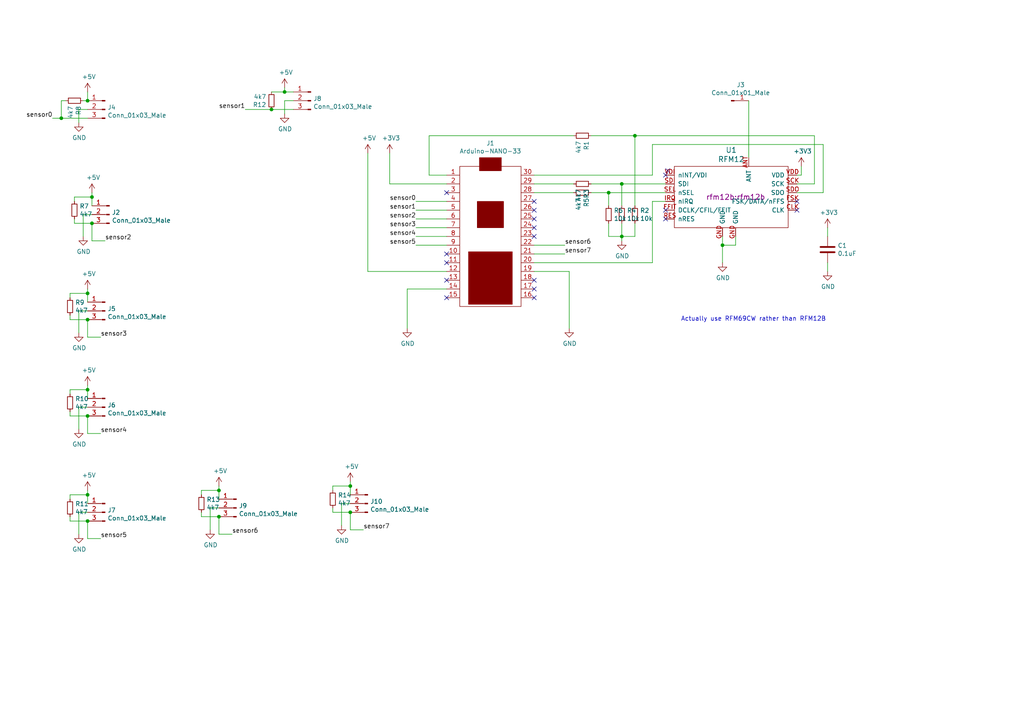
<source format=kicad_sch>
(kicad_sch (version 20211123) (generator eeschema)
  (paper "A4")
  (lib_symbols
    (symbol "Arduino:Nano_33-rescue_Arduino-NANO-33-arduino-nano-33" (pin_names (offset 1.016) hide)
      (property "Reference" "J" (at 0 24.765 0))
      (property "Value" "Nano_33-rescue_Arduino-NANO-33-arduino-nano-33" (at 1.27 -22.86 0))
      (symbol "Nano_33-rescue_Arduino-NANO-33-arduino-nano-33_0_1"
        (rectangle (start -8.89 -20.32) (end 8.89 20.32))
        (rectangle (start -3.81 10.16) (end 3.81 2.54) (fill (type outline)))
        (rectangle (start -3.175 22.86) (end 3.175 19.05) (fill (type outline)))
        (rectangle (start 6.35 -19.685) (end -6.35 -4.445) (fill (type outline)))
      )
      (symbol "Nano_33-rescue_Arduino-NANO-33-arduino-nano-33_1_1"
        (pin passive line (at -12.7 17.78 0) (length 3.81) (name "1") (number "1"))
        (pin passive line (at -12.7 -5.08 0) (length 3.81) (name "10") (number "10"))
        (pin passive line (at -12.7 -7.62 0) (length 3.81) (name "11") (number "11"))
        (pin passive line (at -12.7 -10.16 0) (length 3.81) (name "12") (number "12"))
        (pin passive line (at -12.7 -12.7 0) (length 3.81) (name "13") (number "13"))
        (pin passive line (at -12.7 -15.24 0) (length 3.81) (name "14") (number "14"))
        (pin passive line (at -12.7 -17.78 0) (length 3.81) (name "15") (number "15"))
        (pin passive line (at 12.7 -17.78 180) (length 3.81) (name "16") (number "16"))
        (pin passive line (at 12.7 -15.24 180) (length 3.81) (name "17") (number "17"))
        (pin passive line (at 12.7 -12.7 180) (length 3.81) (name "18") (number "18"))
        (pin passive line (at 12.7 -10.16 180) (length 3.81) (name "19") (number "19"))
        (pin passive line (at -12.7 15.24 0) (length 3.81) (name "2") (number "2"))
        (pin passive line (at 12.7 -7.62 180) (length 3.81) (name "20") (number "20"))
        (pin passive line (at 12.7 -5.08 180) (length 3.81) (name "21") (number "21"))
        (pin passive line (at 12.7 -2.54 180) (length 3.81) (name "22") (number "22"))
        (pin passive line (at 12.7 0 180) (length 3.81) (name "23") (number "23"))
        (pin passive line (at 12.7 2.54 180) (length 3.81) (name "24") (number "24"))
        (pin passive line (at 12.7 5.08 180) (length 3.81) (name "25") (number "25"))
        (pin passive line (at 12.7 7.62 180) (length 3.81) (name "26") (number "26"))
        (pin passive line (at 12.7 10.16 180) (length 3.81) (name "27") (number "27"))
        (pin passive line (at 12.7 12.7 180) (length 3.81) (name "28") (number "28"))
        (pin passive line (at 12.7 15.24 180) (length 3.81) (name "29") (number "29"))
        (pin passive line (at -12.7 12.7 0) (length 3.81) (name "3") (number "3"))
        (pin passive line (at 12.7 17.78 180) (length 3.81) (name "30") (number "30"))
        (pin passive line (at -12.7 10.16 0) (length 3.81) (name "4") (number "4"))
        (pin passive line (at -12.7 7.62 0) (length 3.81) (name "5") (number "5"))
        (pin passive line (at -12.7 5.08 0) (length 3.81) (name "6") (number "6"))
        (pin passive line (at -12.7 2.54 0) (length 3.81) (name "7") (number "7"))
        (pin passive line (at -12.7 0 0) (length 3.81) (name "8") (number "8"))
        (pin passive line (at -12.7 -2.54 0) (length 3.81) (name "9") (number "9"))
      )
    )
    (symbol "Connector:Conn_01x01_Male" (pin_names (offset 1.016) hide)
      (property "Reference" "J" (at 0 2.54 0))
      (property "Value" "Conn_01x01_Male" (at 0 -2.54 0))
      (symbol "Conn_01x01_Male_1_1"
        (polyline (pts (xy 1.27 0) (xy 0.8636 0)) (stroke (width 0.1524)))
        (rectangle (start 0.8636 0.127) (end 0 -0.127) (stroke (width 0.1524)) (fill (type outline)))
        (pin passive line (at 5.08 0 180) (length 3.81) (name "Pin_1") (number "1"))
      )
    )
    (symbol "Connector:Conn_01x03_Male" (pin_names (offset 1.016) hide)
      (property "Reference" "J" (at 0 5.08 0))
      (property "Value" "Conn_01x03_Male" (at 0 -5.08 0))
      (symbol "Conn_01x03_Male_1_1"
        (polyline (pts (xy 1.27 -2.54) (xy 0.8636 -2.54)) (stroke (width 0.1524)))
        (polyline (pts (xy 1.27 0) (xy 0.8636 0)) (stroke (width 0.1524)))
        (polyline (pts (xy 1.27 2.54) (xy 0.8636 2.54)) (stroke (width 0.1524)))
        (rectangle (start 0.8636 -2.413) (end 0 -2.667) (stroke (width 0.1524)) (fill (type outline)))
        (rectangle (start 0.8636 0.127) (end 0 -0.127) (stroke (width 0.1524)) (fill (type outline)))
        (rectangle (start 0.8636 2.667) (end 0 2.413) (stroke (width 0.1524)) (fill (type outline)))
        (pin passive line (at 5.08 2.54 180) (length 3.81) (name "Pin_1") (number "1"))
        (pin passive line (at 5.08 0 180) (length 3.81) (name "Pin_2") (number "2"))
        (pin passive line (at 5.08 -2.54 180) (length 3.81) (name "Pin_3") (number "3"))
      )
    )
    (symbol "Device:C" (pin_numbers hide) (pin_names (offset 0.254))
      (property "Reference" "C" (at 0.635 2.54 0))
      (property "Value" "C" (at 0.635 -2.54 0))
      (symbol "C_0_1"
        (polyline (pts (xy -2.032 -0.762) (xy 2.032 -0.762)) (stroke (width 0.508)))
        (polyline (pts (xy -2.032 0.762) (xy 2.032 0.762)) (stroke (width 0.508)))
      )
      (symbol "C_1_1"
        (pin passive line (at 0 3.81 270) (length 2.794) (name "~") (number "1"))
        (pin passive line (at 0 -3.81 90) (length 2.794) (name "~") (number "2"))
      )
    )
    (symbol "Device:R_Small" (pin_numbers hide) (pin_names (offset 0.254) hide)
      (property "Reference" "R" (at 0.762 0.508 0))
      (property "Value" "R_Small" (at 0.762 -1.016 0))
      (symbol "R_Small_0_1"
        (rectangle (start -0.762 1.778) (end 0.762 -1.778) (stroke (width 0.2032)))
      )
      (symbol "R_Small_1_1"
        (pin passive line (at 0 2.54 270) (length 0.762) (name "~") (number "1"))
        (pin passive line (at 0 -2.54 90) (length 0.762) (name "~") (number "2"))
      )
    )
    (symbol "RFM12b:RFM12" (pin_names (offset 1.016))
      (property "Reference" "U" (at -1.27 6.35 0))
      (property "Value" "RFM12" (at -7.7724 10.0076 0))
      (symbol "RFM12_0_0"
        (pin output line (at 3.81 11.43 270) (length 2.54) (name "ANT") (number "ANT"))
        (pin power_in line (at -3.81 -11.43 90) (length 2.54) (name "GND") (number "GND"))
      )
      (symbol "RFM12_0_1"
        (rectangle (start -17.78 8.89) (end 15.24 -8.89))
      )
      (symbol "RFM12_1_1"
        (pin output line (at 17.78 -3.81 180) (length 2.54) (name "CLK") (number "CLK"))
        (pin input line (at -20.32 -3.81 0) (length 2.54) (name "DCLK/CFIL/FFIT") (number "FFIT"))
        (pin input line (at 17.78 -1.27 180) (length 2.54) (name "FSK/DATA/nFFS") (number "FSK"))
        (pin power_in line (at 0 -11.43 90) (length 2.54) (name "GND") (number "GND"))
        (pin input line (at -20.32 -1.27 0) (length 2.54) (name "nIRQ") (number "IRQ"))
        (pin output line (at -20.32 -6.35 0) (length 2.54) (name "nRES") (number "RES"))
        (pin input line (at 17.78 3.81 180) (length 2.54) (name "SCK") (number "SCK"))
        (pin input line (at -20.32 3.81 0) (length 2.54) (name "SDI") (number "SDI"))
        (pin input line (at 17.78 1.27 180) (length 2.54) (name "SDO") (number "SDO"))
        (pin input line (at -20.32 1.27 0) (length 2.54) (name "nSEL") (number "SEL"))
        (pin power_in line (at 17.78 6.35 180) (length 2.54) (name "VDD") (number "VDD"))
        (pin bidirectional line (at -20.32 6.35 0) (length 2.54) (name "nINT/VDI") (number "VDI"))
      )
    )
    (symbol "power:+3.3V" (power) (pin_names (offset 0))
      (property "Value" "+3.3V" (at 0 3.556 0))
      (symbol "+3.3V_0_1"
        (polyline (pts (xy -0.762 1.27) (xy 0 2.54)))
        (polyline (pts (xy 0 0) (xy 0 2.54)))
        (polyline (pts (xy 0 2.54) (xy 0.762 1.27)))
      )
      (symbol "+3.3V_1_1"
        (pin power_in line (at 0 0 90) (length 0) hide (name "+3V3") (number "1"))
      )
    )
    (symbol "power:+5V" (power) (pin_names (offset 0))
      (property "Value" "+5V" (at 0 3.556 0))
      (symbol "+5V_0_1"
        (polyline (pts (xy -0.762 1.27) (xy 0 2.54)))
        (polyline (pts (xy 0 0) (xy 0 2.54)))
        (polyline (pts (xy 0 2.54) (xy 0.762 1.27)))
      )
      (symbol "+5V_1_1"
        (pin power_in line (at 0 0 90) (length 0) hide (name "+5V") (number "1"))
      )
    )
    (symbol "power:GND" (power) (pin_names (offset 0))
      (property "Value" "GND" (at 0 -3.81 0))
      (symbol "GND_0_1"
        (polyline (pts (xy 0 0) (xy 0 -1.27) (xy 1.27 -1.27) (xy 0 -2.54) (xy -1.27 -1.27) (xy 0 -1.27)))
      )
      (symbol "GND_1_1"
        (pin power_in line (at 0 0 270) (length 0) hide (name "GND") (number "1"))
      )
    )
  )
  (junction (at 101.6 140.97))
  (junction (at 180.34 68.58))
  (junction (at 180.34 53.34))
  (junction (at 25.4 85.09))
  (junction (at 184.15 39.37))
  (junction (at 25.4 151.13))
  (junction (at 25.4 143.51))
  (junction (at 176.53 55.88))
  (junction (at 63.5 149.86))
  (junction (at 17.78 34.29))
  (junction (at 78.74 31.75))
  (junction (at 82.55 26.67))
  (junction (at 25.4 29.21))
  (junction (at 101.6 148.59))
  (junction (at 26.67 57.15))
  (junction (at 209.55 71.12))
  (junction (at 25.4 92.71))
  (junction (at 25.4 120.65))
  (junction (at 25.4 113.03))
  (junction (at 63.5 142.24))
  (junction (at 26.67 64.77))
  (no_connect (at 154.94 63.5))
  (no_connect (at 154.94 60.96))
  (no_connect (at 154.94 58.42))
  (no_connect (at 193.675 49.53))
  (no_connect (at 193.04 50.8))
  (no_connect (at 193.04 60.96))
  (no_connect (at 193.04 63.5))
  (no_connect (at 231.14 60.96))
  (no_connect (at 231.14 58.42))
  (no_connect (at 154.94 86.36))
  (no_connect (at 154.94 83.82))
  (no_connect (at 154.94 81.28))
  (no_connect (at 129.54 55.88))
  (no_connect (at 129.54 73.66))
  (no_connect (at 129.54 76.2))
  (no_connect (at 129.54 81.28))
  (no_connect (at 129.54 86.36))
  (no_connect (at 154.94 68.58))
  (no_connect (at 154.94 66.04))
  (wire (pts (xy 24.13 29.21) (xy 25.4 29.21)))
  (wire (pts (xy 101.6 153.67) (xy 105.41 153.67)))
  (wire (pts (xy 236.22 39.37) (xy 236.22 53.34)))
  (wire (pts (xy 25.4 92.71) (xy 25.4 97.79)))
  (wire (pts (xy 20.32 92.71) (xy 25.4 92.71)))
  (wire (pts (xy 120.65 60.96) (xy 129.54 60.96)))
  (wire (pts (xy 184.15 68.58) (xy 180.34 68.58)))
  (wire (pts (xy 21.59 64.77) (xy 26.67 64.77)))
  (wire (pts (xy 58.42 148.59) (xy 58.42 149.86)))
  (wire (pts (xy 58.42 149.86) (xy 63.5 149.86)))
  (wire (pts (xy 154.94 71.12) (xy 163.83 71.12)))
  (wire (pts (xy 184.15 64.77) (xy 184.15 68.58)))
  (wire (pts (xy 21.59 57.15) (xy 21.59 58.42)))
  (wire (pts (xy 120.65 66.04) (xy 129.54 66.04)))
  (wire (pts (xy 25.4 85.09) (xy 20.32 85.09)))
  (wire (pts (xy 101.6 140.97) (xy 101.6 139.7)))
  (wire (pts (xy 189.23 50.8) (xy 189.23 41.91)))
  (wire (pts (xy 171.45 55.88) (xy 176.53 55.88)))
  (wire (pts (xy 63.5 142.24) (xy 58.42 142.24)))
  (wire (pts (xy 213.36 68.58) (xy 213.36 71.12)))
  (wire (pts (xy 232.41 50.8) (xy 232.41 48.26)))
  (wire (pts (xy 120.65 58.42) (xy 129.54 58.42)))
  (wire (pts (xy 99.06 152.4) (xy 99.06 146.05)))
  (wire (pts (xy 82.55 29.21) (xy 85.09 29.21)))
  (wire (pts (xy 63.5 142.24) (xy 63.5 140.97)))
  (wire (pts (xy 120.65 71.12) (xy 129.54 71.12)))
  (wire (pts (xy 180.34 68.58) (xy 176.53 68.58)))
  (wire (pts (xy 189.23 58.42) (xy 193.04 58.42)))
  (wire (pts (xy 63.5 149.86) (xy 63.5 154.94)))
  (wire (pts (xy 78.74 26.67) (xy 82.55 26.67)))
  (wire (pts (xy 20.32 151.13) (xy 25.4 151.13)))
  (wire (pts (xy 184.15 39.37) (xy 184.15 59.69)))
  (wire (pts (xy 17.78 29.21) (xy 19.05 29.21)))
  (wire (pts (xy 15.24 34.29) (xy 17.78 34.29)))
  (wire (pts (xy 96.52 148.59) (xy 101.6 148.59)))
  (wire (pts (xy 25.4 85.09) (xy 25.4 83.82)))
  (wire (pts (xy 20.32 120.65) (xy 25.4 120.65)))
  (wire (pts (xy 24.13 68.58) (xy 24.13 62.23)))
  (wire (pts (xy 154.94 73.66) (xy 163.83 73.66)))
  (wire (pts (xy 25.4 87.63) (xy 25.4 85.09)))
  (wire (pts (xy 71.12 31.75) (xy 78.74 31.75)))
  (wire (pts (xy 78.74 31.75) (xy 85.09 31.75)))
  (wire (pts (xy 20.32 91.44) (xy 20.32 92.71)))
  (wire (pts (xy 231.14 50.8) (xy 232.41 50.8)))
  (wire (pts (xy 213.36 71.12) (xy 209.55 71.12)))
  (wire (pts (xy 58.42 142.24) (xy 58.42 143.51)))
  (wire (pts (xy 96.52 147.32) (xy 96.52 148.59)))
  (wire (pts (xy 22.86 148.59) (xy 25.4 148.59)))
  (wire (pts (xy 25.4 125.73) (xy 29.21 125.73)))
  (wire (pts (xy 22.86 154.94) (xy 22.86 148.59)))
  (wire (pts (xy 22.86 124.46) (xy 22.86 118.11)))
  (wire (pts (xy 124.46 50.8) (xy 129.54 50.8)))
  (wire (pts (xy 217.17 29.21) (xy 217.17 45.72)))
  (wire (pts (xy 60.96 147.32) (xy 63.5 147.32)))
  (wire (pts (xy 25.4 97.79) (xy 29.21 97.79)))
  (wire (pts (xy 17.78 29.21) (xy 17.78 34.29)))
  (wire (pts (xy 25.4 151.13) (xy 25.4 156.21)))
  (wire (pts (xy 26.67 64.77) (xy 26.67 69.85)))
  (wire (pts (xy 236.22 53.34) (xy 231.14 53.34)))
  (wire (pts (xy 26.67 69.85) (xy 30.48 69.85)))
  (wire (pts (xy 209.55 71.12) (xy 209.55 68.58)))
  (wire (pts (xy 113.03 53.34) (xy 129.54 53.34)))
  (wire (pts (xy 22.86 90.17) (xy 25.4 90.17)))
  (wire (pts (xy 20.32 143.51) (xy 20.32 144.78)))
  (wire (pts (xy 60.96 153.67) (xy 60.96 147.32)))
  (wire (pts (xy 171.45 53.34) (xy 180.34 53.34)))
  (wire (pts (xy 24.13 62.23) (xy 26.67 62.23)))
  (wire (pts (xy 171.45 39.37) (xy 184.15 39.37)))
  (wire (pts (xy 124.46 39.37) (xy 124.46 50.8)))
  (wire (pts (xy 165.1 95.25) (xy 165.1 78.74)))
  (wire (pts (xy 20.32 119.38) (xy 20.32 120.65)))
  (wire (pts (xy 120.65 68.58) (xy 129.54 68.58)))
  (wire (pts (xy 82.55 29.21) (xy 82.55 33.02)))
  (wire (pts (xy 22.86 31.75) (xy 25.4 31.75)))
  (wire (pts (xy 21.59 63.5) (xy 21.59 64.77)))
  (wire (pts (xy 118.11 83.82) (xy 129.54 83.82)))
  (wire (pts (xy 101.6 143.51) (xy 101.6 140.97)))
  (wire (pts (xy 120.65 63.5) (xy 129.54 63.5)))
  (wire (pts (xy 176.53 55.88) (xy 193.04 55.88)))
  (wire (pts (xy 106.68 78.74) (xy 129.54 78.74)))
  (wire (pts (xy 25.4 113.03) (xy 20.32 113.03)))
  (wire (pts (xy 238.76 55.88) (xy 238.76 41.91)))
  (wire (pts (xy 22.86 35.56) (xy 22.86 31.75)))
  (wire (pts (xy 106.68 78.74) (xy 106.68 44.45)))
  (wire (pts (xy 189.23 41.91) (xy 238.76 41.91)))
  (wire (pts (xy 99.06 146.05) (xy 101.6 146.05)))
  (wire (pts (xy 113.03 44.45) (xy 113.03 53.34)))
  (wire (pts (xy 166.37 39.37) (xy 124.46 39.37)))
  (wire (pts (xy 176.53 68.58) (xy 176.53 64.77)))
  (wire (pts (xy 17.78 34.29) (xy 25.4 34.29)))
  (wire (pts (xy 184.15 39.37) (xy 236.22 39.37)))
  (wire (pts (xy 154.94 78.74) (xy 165.1 78.74)))
  (wire (pts (xy 96.52 140.97) (xy 96.52 142.24)))
  (wire (pts (xy 82.55 26.67) (xy 85.09 26.67)))
  (wire (pts (xy 240.03 78.74) (xy 240.03 76.2)))
  (wire (pts (xy 154.94 53.34) (xy 166.37 53.34)))
  (wire (pts (xy 25.4 120.65) (xy 25.4 125.73)))
  (wire (pts (xy 25.4 113.03) (xy 25.4 111.76)))
  (wire (pts (xy 240.03 66.04) (xy 240.03 68.58)))
  (wire (pts (xy 154.94 50.8) (xy 189.23 50.8)))
  (wire (pts (xy 22.86 96.52) (xy 22.86 90.17)))
  (wire (pts (xy 26.67 59.69) (xy 26.67 57.15)))
  (wire (pts (xy 26.67 57.15) (xy 21.59 57.15)))
  (wire (pts (xy 180.34 53.34) (xy 193.04 53.34)))
  (wire (pts (xy 63.5 144.78) (xy 63.5 142.24)))
  (wire (pts (xy 180.34 53.34) (xy 180.34 59.69)))
  (wire (pts (xy 238.76 55.88) (xy 231.14 55.88)))
  (wire (pts (xy 63.5 154.94) (xy 67.31 154.94)))
  (wire (pts (xy 180.34 64.77) (xy 180.34 68.58)))
  (wire (pts (xy 25.4 156.21) (xy 29.21 156.21)))
  (wire (pts (xy 25.4 115.57) (xy 25.4 113.03)))
  (wire (pts (xy 189.23 76.2) (xy 189.23 58.42)))
  (wire (pts (xy 20.32 85.09) (xy 20.32 86.36)))
  (wire (pts (xy 25.4 146.05) (xy 25.4 143.51)))
  (wire (pts (xy 20.32 113.03) (xy 20.32 114.3)))
  (wire (pts (xy 25.4 26.67) (xy 25.4 29.21)))
  (wire (pts (xy 209.55 76.2) (xy 209.55 71.12)))
  (wire (pts (xy 101.6 148.59) (xy 101.6 153.67)))
  (wire (pts (xy 82.55 26.67) (xy 82.55 25.4)))
  (wire (pts (xy 118.11 95.25) (xy 118.11 83.82)))
  (wire (pts (xy 25.4 143.51) (xy 20.32 143.51)))
  (wire (pts (xy 180.34 68.58) (xy 180.34 69.85)))
  (wire (pts (xy 176.53 55.88) (xy 176.53 59.69)))
  (wire (pts (xy 101.6 140.97) (xy 96.52 140.97)))
  (wire (pts (xy 20.32 149.86) (xy 20.32 151.13)))
  (wire (pts (xy 154.94 55.88) (xy 166.37 55.88)))
  (wire (pts (xy 25.4 143.51) (xy 25.4 142.24)))
  (wire (pts (xy 22.86 118.11) (xy 25.4 118.11)))
  (wire (pts (xy 154.94 76.2) (xy 189.23 76.2)))
  (wire (pts (xy 26.67 57.15) (xy 26.67 55.88)))
  (text "Actually use RFM69CW rather than RFM12B" (at 197.485 93.345 0) (effects (font (size 1.27 1.27)) (justify left bottom)))
  (label "sensor5" (at 29.21 156.21 0))
  (label "sensor4" (at 120.65 68.58 180))
  (label "sensor0" (at 15.24 34.29 180))
  (label "sensor6" (at 67.31 154.94 0))
  (label "sensor1" (at 120.65 60.96 180))
  (label "sensor6" (at 163.83 71.12 0))
  (label "sensor3" (at 120.65 66.04 180))
  (label "sensor7" (at 105.41 153.67 0))
  (label "sensor7" (at 163.83 73.66 0))
  (label "sensor5" (at 120.65 71.12 180))
  (label "sensor1" (at 71.12 31.75 180))
  (label "sensor2" (at 120.65 63.5 180))
  (label "sensor2" (at 30.48 69.85 0))
  (label "sensor3" (at 29.21 97.79 0))
  (label "sensor0" (at 120.65 58.42 180))
  (label "sensor4" (at 29.21 125.73 0))
  (symbol (lib_id "Arduino:Nano_33-rescue_Arduino-NANO-33-arduino-nano-33") (at 142.24 68.58 0) (unit 1)
    (property "Reference" "J1" (at 142.24 41.529 0))
    (property "Value" "Arduino-NANO-33" (at 142.24 43.8404 0))
    (property "Footprint" "Nano_33:NANO_33_Socket_Normal" (effects hide))
  )
  (symbol (lib_id "RFM12b:RFM12") (at 213.36 57.15 0) (unit 1)
    (property "Reference" "U1" (at 212.09 43.5102 0) (effects (font (size 1.524 1.524))))
    (property "Value" "RFM12" (at 212.09 46.2026 0) (effects (font (size 1.524 1.524))))
    (property "Footprint" "rfm12b:rfm12b" (at 213.36 57.15 0) (effects (font (size 1.524 1.524))))
  )
  (symbol (lib_id "Device:C") (at 240.03 72.39 0) (unit 1)
    (property "Reference" "C1" (at 242.951 71.2216 0) (effects (justify left)))
    (property "Value" "0.1uF" (at 242.951 73.533 0) (effects (justify left)))
    (property "Footprint" "Capacitor_SMD:C_0603_1608Metric_Pad1.08x0.95mm_HandSolder" (effects hide))
  )
  (symbol (lib_id "power:GND") (at 240.03 78.74 0) (unit 1)
    (property "Reference" "#PWR0101" (effects hide))
    (property "Value" "GND" (at 240.157 83.1342 0))
  )
  (symbol (lib_id "power:GND") (at 118.11 95.25 0) (unit 1)
    (property "Reference" "#PWR0102" (effects hide))
    (property "Value" "GND" (at 118.237 99.6442 0))
  )
  (symbol (lib_id "power:GND") (at 165.1 95.25 0) (unit 1)
    (property "Reference" "#PWR0103" (effects hide))
    (property "Value" "GND" (at 165.227 99.6442 0))
  )
  (symbol (lib_id "power:+3.3V") (at 113.03 44.45 0) (unit 1)
    (property "Reference" "#PWR0104" (effects hide))
    (property "Value" "+3.3V" (at 113.411 40.0558 0))
  )
  (symbol (lib_id "power:+3.3V") (at 232.41 48.26 0) (unit 1)
    (property "Reference" "#PWR0105" (effects hide))
    (property "Value" "+3.3V" (at 232.791 43.8658 0))
  )
  (symbol (lib_id "Device:R_Small") (at 168.91 39.37 270) (unit 1)
    (property "Reference" "R1" (at 170.0784 40.8686 0) (effects (justify left)))
    (property "Value" "4k7" (at 167.767 40.8686 0) (effects (justify left)))
    (property "Footprint" "Resistor_SMD:R_0603_1608Metric_Pad0.98x0.95mm_HandSolder" (effects hide))
  )
  (symbol (lib_id "Device:R_Small") (at 184.15 62.23 0) (unit 1)
    (property "Reference" "R2" (at 185.6486 61.0616 0) (effects (justify left)))
    (property "Value" "10k" (at 185.6486 63.373 0) (effects (justify left)))
    (property "Footprint" "Resistor_SMD:R_0603_1608Metric_Pad0.98x0.95mm_HandSolder" (effects hide))
  )
  (symbol (lib_id "Device:R_Small") (at 168.91 53.34 270) (unit 1)
    (property "Reference" "R3" (at 170.0784 54.8386 0) (effects (justify left)))
    (property "Value" "4k7" (at 167.767 54.8386 0) (effects (justify left)))
    (property "Footprint" "Resistor_SMD:R_0603_1608Metric_Pad0.98x0.95mm_HandSolder" (effects hide))
  )
  (symbol (lib_id "Device:R_Small") (at 168.91 55.88 270) (unit 1)
    (property "Reference" "R5" (at 170.0784 57.3786 0) (effects (justify left)))
    (property "Value" "4k7" (at 167.767 57.3786 0) (effects (justify left)))
    (property "Footprint" "Resistor_SMD:R_0603_1608Metric_Pad0.98x0.95mm_HandSolder" (effects hide))
  )
  (symbol (lib_id "Device:R_Small") (at 176.53 62.23 0) (unit 1)
    (property "Reference" "R6" (at 178.0286 61.0616 0) (effects (justify left)))
    (property "Value" "10k" (at 178.0286 63.373 0) (effects (justify left)))
    (property "Footprint" "Resistor_SMD:R_0603_1608Metric_Pad0.98x0.95mm_HandSolder" (effects hide))
  )
  (symbol (lib_id "Device:R_Small") (at 180.34 62.23 0) (unit 1)
    (property "Reference" "R4" (at 181.8386 61.0616 0) (effects (justify left)))
    (property "Value" "10k" (at 181.8386 63.373 0) (effects (justify left)))
    (property "Footprint" "Resistor_SMD:R_0603_1608Metric_Pad0.98x0.95mm_HandSolder" (effects hide))
  )
  (symbol (lib_id "power:+5V") (at 26.67 55.88 0) (unit 1)
    (property "Reference" "#PWR0107" (effects hide))
    (property "Value" "+5V" (at 27.051 51.4858 0))
  )
  (symbol (lib_id "power:+5V") (at 106.68 44.45 0) (unit 1)
    (property "Reference" "#PWR0108" (effects hide))
    (property "Value" "+5V" (at 107.061 40.0558 0))
  )
  (symbol (lib_id "Connector:Conn_01x03_Male") (at 31.75 62.23 0) (mirror y) (unit 1)
    (property "Reference" "J2" (at 32.4612 61.6204 0) (effects (justify right)))
    (property "Value" "Conn_01x03_Male" (at 32.4612 63.9318 0) (effects (justify right)))
    (property "Footprint" "Connector_PinHeader_2.54mm:PinHeader_1x03_P2.54mm_Vertical" (effects hide))
  )
  (symbol (lib_id "power:GND") (at 24.13 68.58 0) (unit 1)
    (property "Reference" "#PWR0109" (effects hide))
    (property "Value" "GND" (at 24.257 72.9742 0))
  )
  (symbol (lib_id "Device:R_Small") (at 21.59 60.96 0) (unit 1)
    (property "Reference" "R7" (at 23.0886 59.7916 0) (effects (justify left)))
    (property "Value" "4k7" (at 23.0886 62.103 0) (effects (justify left)))
    (property "Footprint" "Resistor_SMD:R_0603_1608Metric_Pad0.98x0.95mm_HandSolder" (effects hide))
  )
  (symbol (lib_id "Connector:Conn_01x01_Male") (at 212.09 29.21 0) (unit 1)
    (property "Reference" "J3" (at 214.8332 24.6126 0))
    (property "Value" "Conn_01x01_Male" (at 214.8332 26.924 0))
    (property "Footprint" "Connector_Pin:Pin_D1.0mm_L10.0mm" (effects hide))
  )
  (symbol (lib_id "power:+5V") (at 25.4 26.67 0) (unit 1)
    (property "Reference" "#PWR0106" (effects hide))
    (property "Value" "+5V" (at 25.781 22.2758 0))
  )
  (symbol (lib_id "Connector:Conn_01x03_Male") (at 30.48 31.75 0) (mirror y) (unit 1)
    (property "Reference" "J4" (at 31.1912 31.1404 0) (effects (justify right)))
    (property "Value" "Conn_01x03_Male" (at 31.1912 33.4518 0) (effects (justify right)))
    (property "Footprint" "Connector_PinHeader_2.54mm:PinHeader_1x03_P2.54mm_Vertical" (effects hide))
  )
  (symbol (lib_id "power:GND") (at 22.86 35.56 0) (unit 1)
    (property "Reference" "#PWR0110" (effects hide))
    (property "Value" "GND" (at 22.987 39.9542 0))
  )
  (symbol (lib_id "Device:R_Small") (at 21.59 29.21 270) (unit 1)
    (property "Reference" "R8" (at 22.7584 30.7086 0) (effects (justify left)))
    (property "Value" "4k7" (at 20.447 30.7086 0) (effects (justify left)))
    (property "Footprint" "Resistor_SMD:R_0603_1608Metric_Pad0.98x0.95mm_HandSolder" (effects hide))
  )
  (symbol (lib_id "power:+5V") (at 25.4 83.82 0) (unit 1)
    (property "Reference" "#PWR0111" (effects hide))
    (property "Value" "+5V" (at 25.781 79.4258 0))
  )
  (symbol (lib_id "Connector:Conn_01x03_Male") (at 30.48 90.17 0) (mirror y) (unit 1)
    (property "Reference" "J5" (at 31.1912 89.5604 0) (effects (justify right)))
    (property "Value" "Conn_01x03_Male" (at 31.1912 91.8718 0) (effects (justify right)))
    (property "Footprint" "Connector_PinHeader_2.54mm:PinHeader_1x03_P2.54mm_Vertical" (effects hide))
  )
  (symbol (lib_id "power:GND") (at 22.86 96.52 0) (unit 1)
    (property "Reference" "#PWR0112" (effects hide))
    (property "Value" "GND" (at 22.987 100.9142 0))
  )
  (symbol (lib_id "Device:R_Small") (at 20.32 88.9 0) (unit 1)
    (property "Reference" "R9" (at 21.8186 87.7316 0) (effects (justify left)))
    (property "Value" "4k7" (at 21.8186 90.043 0) (effects (justify left)))
    (property "Footprint" "Resistor_SMD:R_0603_1608Metric_Pad0.98x0.95mm_HandSolder" (effects hide))
  )
  (symbol (lib_id "power:+5V") (at 25.4 111.76 0) (unit 1)
    (property "Reference" "#PWR0113" (effects hide))
    (property "Value" "+5V" (at 25.781 107.3658 0))
  )
  (symbol (lib_id "Connector:Conn_01x03_Male") (at 30.48 118.11 0) (mirror y) (unit 1)
    (property "Reference" "J6" (at 31.1912 117.5004 0) (effects (justify right)))
    (property "Value" "Conn_01x03_Male" (at 31.1912 119.8118 0) (effects (justify right)))
    (property "Footprint" "Connector_PinHeader_2.54mm:PinHeader_1x03_P2.54mm_Vertical" (effects hide))
  )
  (symbol (lib_id "power:GND") (at 22.86 124.46 0) (unit 1)
    (property "Reference" "#PWR0114" (effects hide))
    (property "Value" "GND" (at 22.987 128.8542 0))
  )
  (symbol (lib_id "Device:R_Small") (at 20.32 116.84 0) (unit 1)
    (property "Reference" "R10" (at 21.8186 115.6716 0) (effects (justify left)))
    (property "Value" "4k7" (at 21.8186 117.983 0) (effects (justify left)))
    (property "Footprint" "Resistor_SMD:R_0603_1608Metric_Pad0.98x0.95mm_HandSolder" (effects hide))
  )
  (symbol (lib_id "power:+5V") (at 25.4 142.24 0) (unit 1)
    (property "Reference" "#PWR0115" (effects hide))
    (property "Value" "+5V" (at 25.781 137.8458 0))
  )
  (symbol (lib_id "Connector:Conn_01x03_Male") (at 30.48 148.59 0) (mirror y) (unit 1)
    (property "Reference" "J7" (at 31.1912 147.9804 0) (effects (justify right)))
    (property "Value" "Conn_01x03_Male" (at 31.1912 150.2918 0) (effects (justify right)))
    (property "Footprint" "Connector_PinHeader_2.54mm:PinHeader_1x03_P2.54mm_Vertical" (effects hide))
  )
  (symbol (lib_id "power:GND") (at 22.86 154.94 0) (unit 1)
    (property "Reference" "#PWR0116" (effects hide))
    (property "Value" "GND" (at 22.987 159.3342 0))
  )
  (symbol (lib_id "Device:R_Small") (at 20.32 147.32 0) (unit 1)
    (property "Reference" "R11" (at 21.8186 146.1516 0) (effects (justify left)))
    (property "Value" "4k7" (at 21.8186 148.463 0) (effects (justify left)))
    (property "Footprint" "Resistor_SMD:R_0603_1608Metric_Pad0.98x0.95mm_HandSolder" (effects hide))
  )
  (symbol (lib_id "power:+5V") (at 63.5 140.97 0) (unit 1)
    (property "Reference" "#PWR0117" (effects hide))
    (property "Value" "+5V" (at 63.881 136.5758 0))
  )
  (symbol (lib_id "Connector:Conn_01x03_Male") (at 68.58 147.32 0) (mirror y) (unit 1)
    (property "Reference" "J9" (at 69.2912 146.7104 0) (effects (justify right)))
    (property "Value" "Conn_01x03_Male" (at 69.2912 149.0218 0) (effects (justify right)))
    (property "Footprint" "Connector_PinHeader_2.54mm:PinHeader_1x03_P2.54mm_Vertical" (effects hide))
  )
  (symbol (lib_id "power:GND") (at 60.96 153.67 0) (unit 1)
    (property "Reference" "#PWR0118" (effects hide))
    (property "Value" "GND" (at 61.087 158.0642 0))
  )
  (symbol (lib_id "Device:R_Small") (at 58.42 146.05 0) (unit 1)
    (property "Reference" "R13" (at 59.9186 144.8816 0) (effects (justify left)))
    (property "Value" "4k7" (at 59.9186 147.193 0) (effects (justify left)))
    (property "Footprint" "Resistor_SMD:R_0603_1608Metric_Pad0.98x0.95mm_HandSolder" (effects hide))
  )
  (symbol (lib_id "power:+5V") (at 101.6 139.7 0) (unit 1)
    (property "Reference" "#PWR0119" (effects hide))
    (property "Value" "+5V" (at 101.981 135.3058 0))
  )
  (symbol (lib_id "Connector:Conn_01x03_Male") (at 106.68 146.05 0) (mirror y) (unit 1)
    (property "Reference" "J10" (at 107.3912 145.4404 0) (effects (justify right)))
    (property "Value" "Conn_01x03_Male" (at 107.3912 147.7518 0) (effects (justify right)))
    (property "Footprint" "Connector_PinHeader_2.54mm:PinHeader_1x03_P2.54mm_Vertical" (effects hide))
  )
  (symbol (lib_id "power:GND") (at 99.06 152.4 0) (unit 1)
    (property "Reference" "#PWR0120" (effects hide))
    (property "Value" "GND" (at 99.187 156.7942 0))
  )
  (symbol (lib_id "Device:R_Small") (at 96.52 144.78 0) (unit 1)
    (property "Reference" "R14" (at 98.0186 143.6116 0) (effects (justify left)))
    (property "Value" "4k7" (at 98.0186 145.923 0) (effects (justify left)))
    (property "Footprint" "Resistor_SMD:R_0603_1608Metric_Pad0.98x0.95mm_HandSolder" (effects hide))
  )
  (symbol (lib_id "power:+5V") (at 82.55 25.4 0) (unit 1)
    (property "Reference" "#PWR0121" (effects hide))
    (property "Value" "+5V" (at 82.931 21.0058 0))
  )
  (symbol (lib_id "Connector:Conn_01x03_Male") (at 90.17 29.21 0) (mirror y) (unit 1)
    (property "Reference" "J8" (at 90.8812 28.6004 0) (effects (justify right)))
    (property "Value" "Conn_01x03_Male" (at 90.8812 30.9118 0) (effects (justify right)))
    (property "Footprint" "Connector_PinHeader_2.54mm:PinHeader_1x03_P2.54mm_Vertical" (effects hide))
  )
  (symbol (lib_id "power:GND") (at 82.55 33.02 0) (unit 1)
    (property "Reference" "#PWR0122" (effects hide))
    (property "Value" "GND" (at 82.677 37.4142 0))
  )
  (symbol (lib_id "Device:R_Small") (at 78.74 29.21 180) (unit 1)
    (property "Reference" "R12" (at 77.2414 30.3784 0) (effects (justify left)))
    (property "Value" "4k7" (at 77.2414 28.067 0) (effects (justify left)))
    (property "Footprint" "Resistor_SMD:R_0603_1608Metric_Pad0.98x0.95mm_HandSolder" (effects hide))
  )
  (symbol (lib_id "power:GND") (at 209.55 76.2 0) (unit 1)
    (property "Reference" "#PWR0123" (effects hide))
    (property "Value" "GND" (at 209.677 80.5942 0))
  )
  (symbol (lib_id "power:+3.3V") (at 240.03 66.04 0) (unit 1)
    (property "Reference" "#PWR0124" (effects hide))
    (property "Value" "+3.3V" (at 240.411 61.6458 0))
  )
  (symbol (lib_id "power:GND") (at 180.34 69.85 0) (unit 1)
    (property "Reference" "#PWR0125" (effects hide))
    (property "Value" "GND" (at 180.467 74.2442 0))
  )
)
</source>
